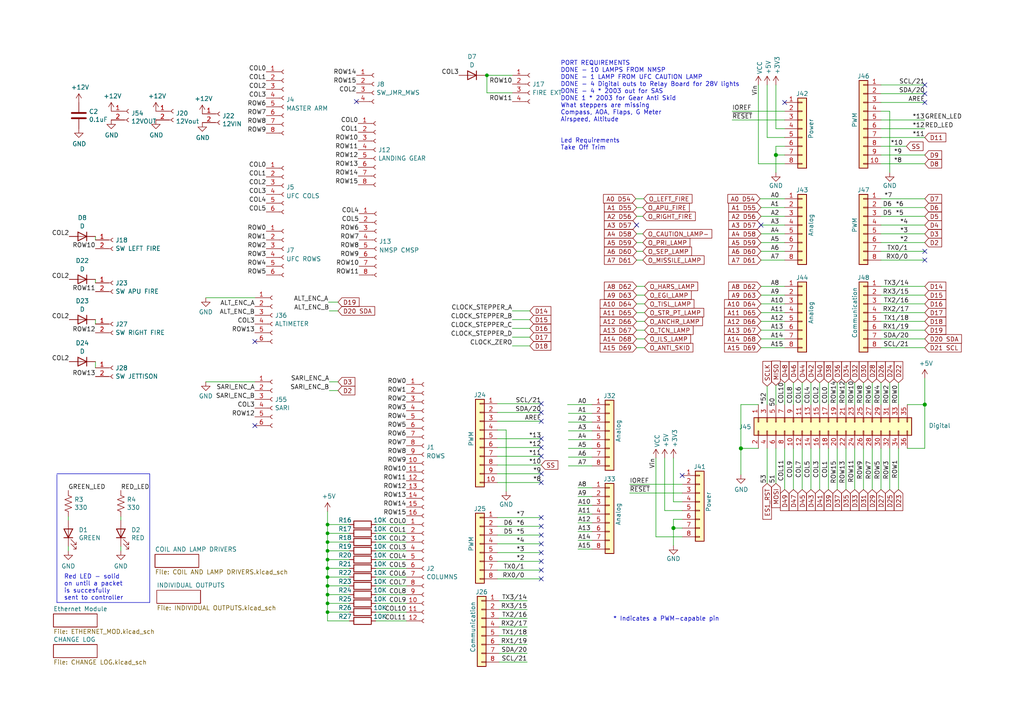
<source format=kicad_sch>
(kicad_sch (version 20231120) (generator "eeschema") (generator_version "8.0")
  (paper "A4")
  (title_block (date "mar. 31 mars 2015"))
  (junction (at 94.996 164.846))
  (junction (at 94.996 157.226))
  (junction (at 94.996 172.466))
  (junction (at 214.884 130.048) (diameter 1.016))
  (junction (at 141.224 21.844))
  (junction (at 225.044 44.958) (diameter 1.016))
  (junction (at 94.996 167.386))
  (junction (at 94.996 177.546))
  (junction (at 94.996 152.146))
  (junction (at 94.996 159.766))
  (junction (at 94.996 154.686))
  (junction (at 94.996 169.926))
  (junction (at 94.996 175.006))
  (junction (at 94.996 162.306))
  (junction (at 195.326 153.162) (diameter 1.016))
  (junction (at 268.224 117.348) (diameter 1.016))
  (no_connect (at 156.972 167.894))
  (no_connect (at 156.972 162.814))
  (no_connect (at 156.972 117.094))
  (no_connect (at 156.972 165.354))
  (no_connect (at 156.972 129.794))
  (no_connect (at 73.914 123.444))
  (no_connect (at 156.972 122.174))
  (no_connect (at 156.972 132.334))
  (no_connect (at 156.972 139.954))
  (no_connect (at 156.972 152.654))
  (no_connect (at 156.972 119.634))
  (no_connect (at 156.972 137.414))
  (no_connect (at 156.972 150.114))
  (no_connect (at 73.914 99.06))
  (no_connect (at 197.866 137.922))
  (no_connect (at 156.972 160.274))
  (no_connect (at 220.726 65.278))
  (no_connect (at 156.972 155.194))
  (no_connect (at 156.972 127.254))
  (no_connect (at 184.658 65.278))
  (no_connect (at 227.584 29.718))
  (no_connect (at 268.224 29.718))
  (no_connect (at 268.224 27.178))
  (no_connect (at 268.224 24.638))
  (no_connect (at 268.224 72.898))
  (no_connect (at 268.224 75.438))
  (no_connect (at 103.378 29.464))
  (no_connect (at 156.972 157.734))
  (wire (pts (xy 140.716 21.844) (xy 141.224 21.844)))
  (wire (pts (xy 108.966 175.006) (xy 117.856 175.006)))
  (wire (pts (xy 255.524 75.438) (xy 268.224 75.438)))
  (wire (pts (xy 255.524 42.418) (xy 262.89 42.418)))
  (wire (pts (xy 220.472 57.658) (xy 227.584 57.658)))
  (polyline (pts (xy 43.434 174.752) (xy 43.434 137.414)))
  (wire (pts (xy 94.996 175.006) (xy 94.996 177.546)))
  (wire (pts (xy 144.272 167.894) (xy 156.972 167.894)))
  (wire (pts (xy 101.346 169.926) (xy 94.996 169.926)))
  (wire (pts (xy 220.726 62.738) (xy 227.584 62.738)))
  (wire (pts (xy 190.246 155.702) (xy 190.246 132.842)))
  (wire (pts (xy 237.744 110.998) (xy 237.744 117.348)))
  (wire (pts (xy 184.658 98.298) (xy 186.944 98.298)))
  (wire (pts (xy 184.658 100.838) (xy 186.944 100.838)))
  (wire (pts (xy 220.726 83.058) (xy 227.584 83.058)))
  (wire (pts (xy 255.524 24.638) (xy 268.224 24.638)))
  (polyline (pts (xy 16.51 137.414) (xy 43.434 137.414)))
  (wire (pts (xy 148.59 92.71) (xy 153.67 92.71)))
  (wire (pts (xy 220.726 100.838) (xy 227.584 100.838)))
  (wire (pts (xy 146.812 124.714) (xy 146.812 142.494)))
  (wire (pts (xy 144.272 160.274) (xy 156.972 160.274)))
  (wire (pts (xy 268.224 117.348) (xy 268.224 130.048)))
  (wire (pts (xy 101.346 152.146) (xy 94.996 152.146)))
  (wire (pts (xy 95.504 110.744) (xy 98.044 110.744)))
  (wire (pts (xy 184.658 95.758) (xy 186.944 95.758)))
  (wire (pts (xy 141.224 26.924) (xy 141.224 21.844)))
  (wire (pts (xy 219.964 117.348) (xy 214.884 117.348)))
  (wire (pts (xy 220.726 90.678) (xy 227.584 90.678)))
  (wire (pts (xy 164.846 130.048) (xy 171.704 130.048)))
  (wire (pts (xy 245.364 110.998) (xy 245.364 117.348)))
  (wire (pts (xy 255.524 88.138) (xy 268.224 88.138)))
  (wire (pts (xy 225.044 42.418) (xy 225.044 44.958)))
  (wire (pts (xy 220.726 75.438) (xy 227.584 75.438)))
  (wire (pts (xy 184.404 57.658) (xy 186.69 57.658)))
  (wire (pts (xy 101.346 157.226) (xy 94.996 157.226)))
  (wire (pts (xy 242.824 130.048) (xy 242.824 141.986)))
  (wire (pts (xy 232.664 110.998) (xy 232.664 117.348)))
  (wire (pts (xy 164.846 135.128) (xy 171.704 135.128)))
  (wire (pts (xy 108.966 164.846) (xy 117.856 164.846)))
  (wire (pts (xy 197.866 155.702) (xy 190.246 155.702)))
  (wire (pts (xy 94.996 180.086) (xy 101.346 180.086)))
  (wire (pts (xy 184.658 62.738) (xy 186.436 62.738)))
  (wire (pts (xy 225.044 111.76) (xy 225.044 117.348)))
  (wire (pts (xy 94.996 177.546) (xy 101.346 177.546)))
  (wire (pts (xy 144.272 132.334) (xy 156.972 132.334)))
  (wire (pts (xy 59.69 110.744) (xy 73.914 110.744)))
  (wire (pts (xy 94.996 177.546) (xy 94.996 180.086)))
  (wire (pts (xy 108.966 154.686) (xy 117.856 154.686)))
  (wire (pts (xy 101.346 162.306) (xy 94.996 162.306)))
  (wire (pts (xy 225.044 44.958) (xy 225.044 50.038)))
  (wire (pts (xy 27.686 92.71) (xy 27.686 93.98)))
  (wire (pts (xy 167.64 154.178) (xy 171.704 154.178)))
  (wire (pts (xy 255.524 130.048) (xy 255.524 141.986)))
  (wire (pts (xy 182.626 140.462) (xy 197.866 140.462)))
  (wire (pts (xy 225.044 37.338) (xy 227.584 37.338)))
  (wire (pts (xy 144.272 137.414) (xy 156.972 137.414)))
  (wire (pts (xy 240.284 130.048) (xy 240.284 141.986)))
  (wire (pts (xy 182.626 143.002) (xy 197.866 143.002)))
  (wire (pts (xy 222.504 39.878) (xy 227.584 39.878)))
  (wire (pts (xy 245.364 130.048) (xy 245.364 141.986)))
  (wire (pts (xy 184.658 90.678) (xy 186.944 90.678)))
  (wire (pts (xy 19.812 149.86) (xy 19.812 150.876)))
  (wire (pts (xy 222.504 24.638) (xy 222.504 39.878)))
  (wire (pts (xy 148.59 95.25) (xy 153.67 95.25)))
  (wire (pts (xy 230.124 130.048) (xy 230.124 141.986)))
  (polyline (pts (xy 16.51 137.668) (xy 16.51 174.752)))
  (wire (pts (xy 252.984 130.048) (xy 252.984 141.986)))
  (wire (pts (xy 94.996 148.336) (xy 94.996 152.146)))
  (wire (pts (xy 220.726 72.898) (xy 227.584 72.898)))
  (wire (pts (xy 144.272 152.654) (xy 156.972 152.654)))
  (wire (pts (xy 108.966 180.086) (xy 117.856 180.086)))
  (wire (pts (xy 184.658 85.598) (xy 186.944 85.598)))
  (wire (pts (xy 255.524 34.798) (xy 268.224 34.798)))
  (wire (pts (xy 220.726 98.298) (xy 227.584 98.298)))
  (wire (pts (xy 108.966 157.226) (xy 117.856 157.226)))
  (wire (pts (xy 225.044 24.638) (xy 225.044 37.338)))
  (wire (pts (xy 220.726 88.138) (xy 227.584 88.138)))
  (wire (pts (xy 255.524 57.658) (xy 268.224 57.658)))
  (wire (pts (xy 141.224 21.844) (xy 148.59 21.844)))
  (wire (pts (xy 255.524 37.338) (xy 268.224 37.338)))
  (wire (pts (xy 255.524 60.198) (xy 268.224 60.198)))
  (wire (pts (xy 95.25 87.63) (xy 98.044 87.63)))
  (wire (pts (xy 144.78 174.244) (xy 152.908 174.244)))
  (wire (pts (xy 144.272 119.634) (xy 156.972 119.634)))
  (wire (pts (xy 167.64 144.018) (xy 171.704 144.018)))
  (wire (pts (xy 255.524 90.678) (xy 268.224 90.678)))
  (wire (pts (xy 164.846 122.428) (xy 171.704 122.428)))
  (wire (pts (xy 192.786 132.842) (xy 192.786 148.082)))
  (wire (pts (xy 195.326 132.842) (xy 195.326 145.542)))
  (wire (pts (xy 255.524 95.758) (xy 268.224 95.758)))
  (wire (pts (xy 195.326 150.622) (xy 195.326 153.162)))
  (wire (pts (xy 144.78 179.324) (xy 152.908 179.324)))
  (wire (pts (xy 164.846 127.508) (xy 171.704 127.508)))
  (wire (pts (xy 167.64 149.098) (xy 171.704 149.098)))
  (wire (pts (xy 144.272 124.714) (xy 146.812 124.714)))
  (wire (pts (xy 214.884 117.348) (xy 214.884 130.048)))
  (wire (pts (xy 101.346 175.006) (xy 94.996 175.006)))
  (wire (pts (xy 101.346 172.466) (xy 94.996 172.466)))
  (wire (pts (xy 219.964 130.048) (xy 214.884 130.048)))
  (wire (pts (xy 101.346 154.686) (xy 94.996 154.686)))
  (wire (pts (xy 255.524 44.958) (xy 268.224 44.958)))
  (wire (pts (xy 108.966 162.306) (xy 117.856 162.306)))
  (wire (pts (xy 144.272 165.354) (xy 156.972 165.354)))
  (wire (pts (xy 220.726 67.818) (xy 227.584 67.818)))
  (wire (pts (xy 144.272 157.734) (xy 156.972 157.734)))
  (wire (pts (xy 235.204 110.998) (xy 235.204 117.348)))
  (wire (pts (xy 108.966 172.466) (xy 117.856 172.466)))
  (wire (pts (xy 250.444 130.048) (xy 250.444 141.986)))
  (wire (pts (xy 255.524 65.278) (xy 268.224 65.278)))
  (wire (pts (xy 101.346 159.766) (xy 94.996 159.766)))
  (wire (pts (xy 184.658 72.898) (xy 186.436 72.898)))
  (wire (pts (xy 242.824 110.998) (xy 242.824 117.348)))
  (wire (pts (xy 237.744 130.048) (xy 237.744 141.986)))
  (wire (pts (xy 184.658 93.218) (xy 186.944 93.218)))
  (wire (pts (xy 144.272 129.794) (xy 156.972 129.794)))
  (wire (pts (xy 227.584 130.048) (xy 227.584 141.986)))
  (wire (pts (xy 220.726 70.358) (xy 227.584 70.358)))
  (wire (pts (xy 195.326 153.162) (xy 195.326 158.242)))
  (wire (pts (xy 212.344 32.258) (xy 227.584 32.258)))
  (wire (pts (xy 144.78 176.784) (xy 152.908 176.784)))
  (wire (pts (xy 94.996 172.466) (xy 94.996 175.006)))
  (wire (pts (xy 95.504 113.284) (xy 98.044 113.284)))
  (wire (pts (xy 197.866 150.622) (xy 195.326 150.622)))
  (wire (pts (xy 167.64 156.718) (xy 171.704 156.718)))
  (wire (pts (xy 255.524 85.598) (xy 268.224 85.598)))
  (wire (pts (xy 184.658 67.818) (xy 186.436 67.818)))
  (wire (pts (xy 268.224 109.728) (xy 268.224 117.348)))
  (wire (pts (xy 35.052 158.496) (xy 35.052 159.766)))
  (wire (pts (xy 258.064 32.258) (xy 258.064 50.038)))
  (wire (pts (xy 144.272 162.814) (xy 156.972 162.814)))
  (wire (pts (xy 94.996 169.926) (xy 94.996 172.466)))
  (wire (pts (xy 255.524 100.838) (xy 268.224 100.838)))
  (wire (pts (xy 167.64 159.258) (xy 171.704 159.258)))
  (wire (pts (xy 144.78 192.024) (xy 152.908 192.024)))
  (wire (pts (xy 255.524 29.718) (xy 268.224 29.718)))
  (wire (pts (xy 167.64 141.478) (xy 171.704 141.478)))
  (wire (pts (xy 263.144 117.348) (xy 268.224 117.348)))
  (wire (pts (xy 260.604 110.998) (xy 260.604 117.348)))
  (wire (pts (xy 255.524 93.218) (xy 268.224 93.218)))
  (wire (pts (xy 220.726 65.278) (xy 227.584 65.278)))
  (wire (pts (xy 35.052 149.86) (xy 35.052 150.876)))
  (wire (pts (xy 144.78 186.944) (xy 152.908 186.944)))
  (wire (pts (xy 220.726 95.758) (xy 227.584 95.758)))
  (wire (pts (xy 167.64 151.638) (xy 171.704 151.638)))
  (wire (pts (xy 212.344 34.798) (xy 227.584 34.798)))
  (wire (pts (xy 108.966 167.386) (xy 117.856 167.386)))
  (wire (pts (xy 148.59 26.924) (xy 141.224 26.924)))
  (wire (pts (xy 227.584 44.958) (xy 225.044 44.958)))
  (wire (pts (xy 164.592 117.348) (xy 171.704 117.348)))
  (wire (pts (xy 258.064 110.998) (xy 258.064 117.348)))
  (wire (pts (xy 94.996 164.846) (xy 94.996 167.386)))
  (wire (pts (xy 144.272 155.194) (xy 156.972 155.194)))
  (wire (pts (xy 195.326 145.542) (xy 197.866 145.542)))
  (wire (pts (xy 250.444 110.998) (xy 250.444 117.348)))
  (polyline (pts (xy 16.51 174.752) (xy 43.434 174.752)))
  (wire (pts (xy 59.69 86.36) (xy 73.914 86.36)))
  (wire (pts (xy 144.272 150.114) (xy 156.972 150.114)))
  (wire (pts (xy 220.726 60.198) (xy 227.584 60.198)))
  (wire (pts (xy 184.658 60.198) (xy 186.436 60.198)))
  (wire (pts (xy 255.524 110.998) (xy 255.524 117.348)))
  (wire (pts (xy 227.584 47.498) (xy 219.964 47.498)))
  (wire (pts (xy 222.504 112.014) (xy 222.504 117.348)))
  (wire (pts (xy 220.726 85.598) (xy 227.584 85.598)))
  (wire (pts (xy 230.124 110.998) (xy 230.124 117.348)))
  (wire (pts (xy 225.044 130.048) (xy 225.044 140.208)))
  (wire (pts (xy 247.904 110.998) (xy 247.904 117.348)))
  (wire (pts (xy 95.504 90.17) (xy 98.044 90.17)))
  (wire (pts (xy 255.524 83.058) (xy 268.224 83.058)))
  (wire (pts (xy 247.904 130.048) (xy 247.904 141.986)))
  (wire (pts (xy 164.846 132.588) (xy 171.704 132.588)))
  (wire (pts (xy 144.78 181.864) (xy 152.908 181.864)))
  (wire (pts (xy 148.59 100.33) (xy 153.67 100.33)))
  (wire (pts (xy 144.272 127.254) (xy 156.972 127.254)))
  (wire (pts (xy 222.504 130.048) (xy 222.504 140.208)))
  (wire (pts (xy 255.524 32.258) (xy 258.064 32.258)))
  (wire (pts (xy 232.664 130.048) (xy 232.664 141.986)))
  (wire (pts (xy 220.726 93.218) (xy 227.584 93.218)))
  (wire (pts (xy 227.584 42.418) (xy 225.044 42.418)))
  (wire (pts (xy 144.272 117.094) (xy 156.972 117.094)))
  (wire (pts (xy 148.59 97.79) (xy 153.67 97.79)))
  (wire (pts (xy 144.78 184.404) (xy 152.908 184.404)))
  (wire (pts (xy 94.996 157.226) (xy 94.996 159.766)))
  (wire (pts (xy 101.346 164.846) (xy 94.996 164.846)))
  (wire (pts (xy 184.658 88.138) (xy 186.944 88.138)))
  (wire (pts (xy 255.524 39.878) (xy 268.224 39.878)))
  (wire (pts (xy 94.996 167.386) (xy 94.996 169.926)))
  (wire (pts (xy 197.866 153.162) (xy 195.326 153.162)))
  (wire (pts (xy 144.272 139.954) (xy 156.972 139.954)))
  (wire (pts (xy 184.658 75.438) (xy 186.436 75.438)))
  (wire (pts (xy 108.966 159.766) (xy 117.856 159.766)))
  (wire (pts (xy 255.524 62.738) (xy 268.224 62.738)))
  (wire (pts (xy 144.78 189.484) (xy 152.908 189.484)))
  (wire (pts (xy 94.996 152.146) (xy 94.996 154.686)))
  (wire (pts (xy 164.846 124.968) (xy 171.704 124.968)))
  (wire (pts (xy 255.524 98.298) (xy 268.224 98.298)))
  (wire (pts (xy 27.686 104.902) (xy 27.686 106.68)))
  (wire (pts (xy 268.224 130.048) (xy 263.144 130.048)))
  (wire (pts (xy 227.584 110.998) (xy 227.584 117.348)))
  (wire (pts (xy 94.996 162.306) (xy 94.996 164.846)))
  (wire (pts (xy 260.604 130.048) (xy 260.604 141.986)))
  (wire (pts (xy 27.686 81.026) (xy 27.686 82.042)))
  (wire (pts (xy 255.524 27.178) (xy 268.224 27.178)))
  (wire (pts (xy 258.064 130.048) (xy 258.064 141.986)))
  (wire (pts (xy 255.524 70.358) (xy 268.224 70.358)))
  (wire (pts (xy 252.984 110.998) (xy 252.984 117.348)))
  (wire (pts (xy 148.59 90.17) (xy 153.67 90.17)))
  (wire (pts (xy 108.966 177.546) (xy 117.856 177.546)))
  (wire (pts (xy 255.524 67.818) (xy 268.224 67.818)))
  (wire (pts (xy 164.846 119.888) (xy 171.704 119.888)))
  (wire (pts (xy 108.966 152.146) (xy 117.856 152.146)))
  (wire (pts (xy 235.204 130.048) (xy 235.204 141.986)))
  (wire (pts (xy 94.996 154.686) (xy 94.996 157.226)))
  (wire (pts (xy 167.64 146.558) (xy 171.704 146.558)))
  (wire (pts (xy 184.658 83.058) (xy 186.944 83.058)))
  (wire (pts (xy 184.658 70.358) (xy 186.436 70.358)))
  (wire (pts (xy 255.524 72.898) (xy 268.224 72.898)))
  (wire (pts (xy 144.272 122.174) (xy 156.972 122.174)))
  (wire (pts (xy 219.964 47.498) (xy 219.964 24.638)))
  (wire (pts (xy 214.884 130.048) (xy 214.884 137.668)))
  (wire (pts (xy 144.272 134.874) (xy 156.972 134.874)))
  (wire (pts (xy 192.786 148.082) (xy 197.866 148.082)))
  (wire (pts (xy 19.812 158.496) (xy 19.812 159.766)))
  (wire (pts (xy 240.284 110.998) (xy 240.284 117.348)))
  (wire (pts (xy 94.996 159.766) (xy 94.996 162.306)))
  (wire (pts (xy 108.966 169.926) (xy 117.856 169.926)))
  (wire (pts (xy 27.686 68.58) (xy 27.686 69.596)))
  (wire (pts (xy 255.524 47.498) (xy 268.224 47.498)))
  (wire (pts (xy 101.346 167.386) (xy 94.996 167.386)))
  (text "Red LED - solid\non until a packet\nis succesfully \nsent to controller" (at 18.542 174.244 0) (effects (font (size 1.27 1.27)) (justify left bottom)))
  (text "* Indicates a PWM-capable pin" (at 177.8 180.34 0) (effects (font (size 1.27 1.27)) (justify left bottom)))
  (text "PORT REQUIREMENTS\nDONE - 10 LAMPS FROM NMSP\nDONE - 1 LAMP FROM UFC CAUTION LAMP\nDONE - 4 Digital outs to Relay Board for 28V lights\nDONE - 4 * 2003 out for SAS\nDONE 1 * 2003 for Gear Anti Skid\nWhat steppers are missing\nCompass, AOA, Flaps, G Meter\nAirspeed, Altitude\n\n\nLed Requirements \nTake Off Trim\n" (at 162.56 43.688 0) (effects (font (size 1.27 1.27)) (justify left bottom)))
  (label "A10" (at 223.52 88.138 0))
  (label "*6" (at 152.146 152.654 180))
  (label "RX0{slash}0" (at 263.398 75.438 180))
  (label "A15" (at 223.52 100.838 0))
  (label "COL3" (at 77.216 56.388 180))
  (label "D6" (at 146.05 152.654 0))
  (label "COL2" (at 20.066 104.902 180))
  (label "A2" (at 223.52 62.738 0))
  (label "RX2{slash}17" (at 263.652 90.678 180))
  (label "ROW10" (at 117.856 136.906 180))
  (label "A10" (at 167.64 146.558 0))
  (label "*4" (at 263.398 65.278 180))
  (label "*8" (at 156.972 139.954 180))
  (label "D5" (at 256.032 62.738 0))
  (label "A9" (at 167.64 144.018 0))
  (label "ROW10" (at 247.904 117.094 90))
  (label "CLOCK_STEPPER_D" (at 148.59 97.79 180))
  (label "RX3{slash}15" (at 152.908 176.784 180))
  (label "SARI_ENC_A" (at 73.914 113.284 180))
  (label "ROW15" (at 242.824 133.604 270))
  (label "SDA{slash}20" (at 263.652 98.298 180))
  (label "ROW14" (at 242.824 117.094 90))
  (label "COL2" (at 237.744 117.094 90))
  (label "RX1{slash}19" (at 152.908 186.944 180))
  (label "*2" (at 152.146 162.814 180))
  (label "*2" (at 263.398 70.358 180))
  (label "ROW4" (at 77.216 77.216 180))
  (label "Vin" (at 190.246 132.842 270))
  (label "*13" (at 156.972 127.254 180))
  (label "ROW13" (at 27.686 109.22 180))
  (label "TX1{slash}18" (at 263.652 93.218 180))
  (label "ROW7" (at 117.856 129.286 180))
  (label "A4" (at 167.64 127.508 0))
  (label "A3" (at 223.52 65.278 0))
  (label "CLOCK_STEPPER_C" (at 148.59 95.25 180))
  (label "ROW10" (at 148.59 24.384 180))
  (label "ROW13" (at 73.914 96.52 180))
  (label "*5" (at 152.146 155.194 180))
  (label "*13" (at 268.224 34.798 180))
  (label "SARI_ENC_B" (at 95.504 113.284 180))
  (label "GREEN_LED" (at 268.224 34.798 0))
  (label "ROW11" (at 117.856 139.446 180))
  (label "ROW9" (at 250.444 133.604 270))
  (label "ROW10" (at 27.686 72.136 180))
  (label "ROW11" (at 148.59 29.464 180))
  (label "*52" (at 222.504 113.792 270))
  (label "*12" (at 268.224 37.338 180))
  (label "*10" (at 156.972 134.874 180))
  (label "RED_LED" (at 35.052 142.24 0))
  (label "~{RESET}" (at 212.344 34.798 0))
  (label "D6" (at 256.032 60.198 0))
  (label "ROW10" (at 104.14 77.216 180))
  (label "COL10" (at 117.856 177.546 180))
  (label "ROW11" (at 247.904 133.35 270))
  (label "COL1" (at 103.886 38.354 180))
  (label "A5" (at 167.64 130.048 0))
  (label "ROW8" (at 250.444 117.094 90))
  (label "COL8" (at 230.124 117.094 90))
  (label "COL5" (at 235.204 133.604 270))
  (label "*10" (at 261.874 42.418 180))
  (label "COL6" (at 117.856 167.386 180))
  (label "COL11" (at 117.856 180.086 180))
  (label "ALT_ENC_B" (at 73.914 91.44 180))
  (label "ROW1" (at 77.216 69.596 180))
  (label "ROW5" (at 255.524 133.604 270))
  (label "CLOCK_ZERO" (at 148.59 100.33 180))
  (label "COL5" (at 77.216 61.468 180))
  (label "*4" (at 152.146 157.734 180))
  (label "D5" (at 146.05 155.194 0))
  (label "ROW4" (at 117.856 121.666 180))
  (label "ROW3" (at 258.064 133.604 270))
  (label "ROW13" (at 103.886 48.514 180))
  (label "*12" (at 156.972 129.794 180))
  (label "SARI_ENC_B" (at 73.914 115.824 180))
  (label "A1" (at 167.64 119.888 0))
  (label "ROW7" (at 104.14 69.596 180))
  (label "ROW5" (at 117.856 124.206 180))
  (label "TX3{slash}14" (at 152.908 174.244 180))
  (label "*9" (at 156.972 137.414 180))
  (label "COL7" (at 232.664 133.604 270))
  (label "A15" (at 167.64 159.258 0))
  (label "A0" (at 167.64 117.348 0))
  (label "SCL{slash}21" (at 152.908 192.024 180))
  (label "ALT_ENC_B" (at 95.504 90.17 180))
  (label "ROW10" (at 103.886 40.894 180))
  (label "COL2" (at 77.216 53.848 180))
  (label "A13" (at 223.52 95.758 0))
  (label "SDA{slash}20" (at 156.972 119.634 180))
  (label "ALT_ENC_A" (at 73.914 88.9 180))
  (label "COL5" (at 104.14 64.516 180))
  (label "ROW11" (at 103.886 43.434 180))
  (label "ROW9" (at 117.856 134.366 180))
  (label "ROW9" (at 104.14 74.676 180))
  (label "ROW12" (at 117.856 141.986 180))
  (label "A12" (at 167.64 151.638 0))
  (label "ROW11" (at 27.686 84.582 180))
  (label "51" (at 225.044 140.208 90))
  (label "ROW5" (at 77.216 79.756 180))
  (label "COL7" (at 117.856 169.926 180))
  (label "*7" (at 258.826 57.658 180))
  (label "SDA{slash}20" (at 268.224 27.178 180))
  (label "ROW2" (at 258.064 117.094 90))
  (label "*8" (at 261.62 47.498 180))
  (label "COL5" (at 117.856 164.846 180))
  (label "ROW6" (at 104.14 67.056 180))
  (label "ROW6" (at 77.216 30.988 180))
  (label "COL2" (at 77.216 25.908 180))
  (label "ROW12" (at 103.886 45.974 180))
  (label "COL0" (at 77.216 48.768 180))
  (label "RX2{slash}17" (at 152.908 181.864 180))
  (label "ROW13" (at 117.856 144.526 180))
  (label "A9" (at 223.52 85.598 0))
  (label "COL1" (at 240.284 133.604 270))
  (label "ROW3" (at 117.856 119.126 180))
  (label "ROW14" (at 117.856 147.066 180))
  (label "RX0{slash}0" (at 152.146 167.894 180))
  (label "COL2" (at 103.378 26.924 180))
  (label "*11" (at 268.224 39.878 180))
  (label "ROW15" (at 117.856 149.606 180))
  (label "COL2" (at 117.856 157.226 180))
  (label "COL3" (at 133.096 21.844 180))
  (label "*3" (at 263.398 67.818 180))
  (label "COL2" (at 20.066 92.71 180))
  (label "COL3" (at 77.216 28.448 180))
  (label "ROW9" (at 77.216 38.608 180))
  (label "ROW4" (at 255.524 117.094 90))
  (label "A6" (at 223.52 72.898 0))
  (label "COL3" (at 237.744 133.604 270))
  (label "ROW0" (at 117.856 111.506 180))
  (label "ROW6" (at 117.856 126.746 180))
  (label "TX1{slash}18" (at 152.908 184.404 180))
  (label "RED_LED" (at 268.224 37.338 0))
  (label "A1" (at 223.52 60.198 0))
  (label "53" (at 222.504 140.208 90))
  (label "SDA{slash}20" (at 152.908 189.484 180))
  (label "TX0{slash}1" (at 263.398 72.898 180))
  (label "AREF" (at 156.972 122.174 180))
  (label "CLOCK_STEPPER_B" (at 148.59 92.71 180))
  (label "A13" (at 167.64 154.178 0))
  (label "COL9" (at 230.124 133.604 270))
  (label "ROW8" (at 77.216 36.068 180))
  (label "RX1{slash}19" (at 263.652 95.758 180))
  (label "ROW14" (at 103.378 21.844 180))
  (label "COL3" (at 73.914 93.98 180))
  (label "IOREF" (at 182.626 140.462 0))
  (label "A0" (at 223.52 57.658 0))
  (label "AREF" (at 268.224 29.718 180))
  (label "COL3" (at 117.856 159.766 180))
  (label "A14" (at 223.52 98.298 0))
  (label "A8" (at 223.52 83.058 0))
  (label "A7" (at 167.64 135.128 0))
  (label "COL1" (at 77.216 51.308 180))
  (label "Vin" (at 219.964 24.638 270))
  (label "ROW0" (at 260.604 117.094 90))
  (label "A6" (at 167.64 132.588 0))
  (label "*6" (at 262.128 60.198 180))
  (label "COL2" (at 20.066 81.026 180))
  (label "COL3" (at 73.914 118.364 180))
  (label "SCL{slash}21" (at 268.224 24.638 180))
  (label "COL4" (at 235.204 117.094 90))
  (label "ROW8" (at 117.856 131.826 180))
  (label "*9" (at 261.62 44.958 180))
  (label "~{RESET}" (at 182.626 143.002 0))
  (label "ROW1" (at 117.856 114.046 180))
  (label "COL4" (at 77.216 58.928 180))
  (label "50" (at 225.044 115.316 270))
  (label "TX2{slash}16" (at 263.652 88.138 180))
  (label "ROW2" (at 77.216 72.136 180))
  (label "COL4" (at 104.14 61.976 180))
  (label "ROW15" (at 103.886 53.594 180))
  (label "ROW11" (at 104.14 79.756 180))
  (label "ROW7" (at 252.984 133.604 270))
  (label "ROW12" (at 245.364 117.094 90))
  (label "TX0{slash}1" (at 152.146 165.354 180))
  (label "COL0" (at 103.886 35.814 180))
  (label "ROW1" (at 260.604 133.35 270))
  (label "*5" (at 262.128 62.738 180))
  (label "COL6" (at 232.664 117.094 90))
  (label "*11" (at 156.972 132.334 180))
  (label "ROW0" (at 77.216 67.056 180))
  (label "COL0" (at 77.216 20.828 180))
  (label "A2" (at 167.64 122.428 0))
  (label "ROW13" (at 245.364 133.604 270))
  (label "IOREF" (at 212.344 32.258 0))
  (label "TX2{slash}16" (at 152.908 179.324 180))
  (label "ROW3" (at 77.216 74.676 180))
  (label "*7" (at 152.146 150.114 180))
  (label "GREEN_LED" (at 19.812 142.24 0))
  (label "COL0" (at 240.284 117.094 90))
  (label "ROW12" (at 73.914 120.904 180))
  (label "A7" (at 223.52 75.438 0))
  (label "ROW12" (at 27.686 96.52 180))
  (label "COL1" (at 117.856 154.686 180))
  (label "CLOCK_STEPPER_A" (at 148.59 90.17 180))
  (label "A3" (at 167.64 124.968 0))
  (label "A11" (at 223.52 90.678 0))
  (label "A4" (at 223.52 67.818 0))
  (label "ROW6" (at 252.984 117.094 90))
  (label "ALT_ENC_A" (at 95.25 87.63 180))
  (label "A5" (at 223.52 70.358 0))
  (label "RX3{slash}15" (at 263.652 85.598 180))
  (label "SCL{slash}21" (at 156.972 117.094 180))
  (label "TX3{slash}14" (at 263.652 83.058 180))
  (label "COL11" (at 227.584 133.35 270))
  (label "ROW15" (at 103.378 24.384 180))
  (label "COL1" (at 77.216 23.368 180))
  (label "A11" (at 167.64 149.098 0))
  (label "ROW2" (at 117.856 116.586 180))
  (label "COL0" (at 117.856 152.146 180))
  (label "A8" (at 167.64 141.478 0))
  (label "COL10" (at 227.584 117.094 90))
  (label "*3" (at 152.146 160.274 180))
  (label "COL9" (at 117.856 175.006 180))
  (label "ROW8" (at 104.14 72.136 180))
  (label "SARI_ENC_A" (at 95.504 110.744 180))
  (label "ROW14" (at 103.886 51.054 180))
  (label "COL2" (at 20.066 68.58 180))
  (label "A12" (at 223.52 93.218 0))
  (label "A14" (at 167.64 156.718 0))
  (label "COL4" (at 117.856 162.306 180))
  (label "SCL{slash}21" (at 263.652 100.838 180))
  (label "ROW7" (at 77.216 33.528 180))
  (label "COL8" (at 117.856 172.466 180))
  (global_label "D48" (shape input) (at 227.584 110.998 90) (property "Intersheetrefs" "${INTERSHEET_REFS}" (effects (hide yes))))
  (global_label "D33" (shape input) (at 247.904 141.986 270) (property "Intersheetrefs" "${INTERSHEET_REFS}" (effects (hide yes))))
  (global_label "D40" (shape input) (at 237.744 110.998 90) (property "Intersheetrefs" "${INTERSHEET_REFS}" (effects (hide yes))))
  (global_label "D47" (shape input) (at 230.124 141.986 270) (property "Intersheetrefs" "${INTERSHEET_REFS}" (effects (hide yes))))
  (global_label "O_TISL_LAMP" (shape input) (at 186.944 88.138 0) (property "Intersheetrefs" "${INTERSHEET_REFS}" (effects (hide yes))))
  (global_label "A5 D59" (shape input) (at 184.658 70.358 180) (property "Intersheetrefs" "${INTERSHEET_REFS}" (effects (hide yes))))
  (global_label "A1 D55" (shape input) (at 220.726 60.198 180) (property "Intersheetrefs" "${INTERSHEET_REFS}" (effects (hide yes))))
  (global_label "A15 D69" (shape input) (at 220.726 100.838 180) (property "Intersheetrefs" "${INTERSHEET_REFS}" (effects (hide yes))))
  (global_label "D28" (shape input) (at 252.984 110.998 90) (property "Intersheetrefs" "${INTERSHEET_REFS}" (effects (hide yes))))
  (global_label "D32" (shape input) (at 247.904 110.998 90) (property "Intersheetrefs" "${INTERSHEET_REFS}" (effects (hide yes))))
  (global_label "O_RIGHT_FIRE" (shape input) (at 186.436 62.738 0) (property "Intersheetrefs" "${INTERSHEET_REFS}" (effects (hide yes))))
  (global_label "O_ANTI_SKID" (shape input) (at 186.944 100.838 0) (property "Intersheetrefs" "${INTERSHEET_REFS}" (effects (hide yes))))
  (global_label "D24" (shape input) (at 258.064 110.998 90) (property "Intersheetrefs" "${INTERSHEET_REFS}" (effects (hide yes))))
  (global_label "A14 D68" (shape input) (at 184.658 98.298 180) (property "Intersheetrefs" "${INTERSHEET_REFS}" (effects (hide yes))))
  (global_label "D35" (shape input) (at 245.364 141.986 270) (property "Intersheetrefs" "${INTERSHEET_REFS}" (effects (hide yes))))
  (global_label "A2 D56" (shape input) (at 220.726 62.738 180) (property "Intersheetrefs" "${INTERSHEET_REFS}" (effects (hide yes))))
  (global_label "SS" (shape input) (at 156.972 134.874 0) (property "Intersheetrefs" "${INTERSHEET_REFS}" (effects (hide yes))))
  (global_label "D3" (shape input) (at 268.224 67.818 0) (property "Intersheetrefs" "${INTERSHEET_REFS}" (effects (hide yes))))
  (global_label "O_LEFT_FIRE" (shape input) (at 186.69 57.658 0) (property "Intersheetrefs" "${INTERSHEET_REFS}" (effects (hide yes))))
  (global_label "SS" (shape input) (at 262.89 42.418 0) (property "Intersheetrefs" "${INTERSHEET_REFS}" (effects (hide yes))))
  (global_label "D17" (shape input) (at 268.224 90.678 0) (property "Intersheetrefs" "${INTERSHEET_REFS}" (effects (hide yes))))
  (global_label "D38" (shape input) (at 240.284 110.998 90) (property "Intersheetrefs" "${INTERSHEET_REFS}" (effects (hide yes))))
  (global_label "D16" (shape input) (at 153.67 95.25 0) (property "Intersheetrefs" "${INTERSHEET_REFS}" (effects (hide yes))))
  (global_label "D8" (shape input) (at 268.224 47.498 0) (property "Intersheetrefs" "${INTERSHEET_REFS}" (effects (hide yes))))
  (global_label "D43" (shape input) (at 235.204 141.986 270) (property "Intersheetrefs" "${INTERSHEET_REFS}" (effects (hide yes))))
  (global_label "A14 D68" (shape input) (at 220.726 98.298 180) (property "Intersheetrefs" "${INTERSHEET_REFS}" (effects (hide yes))))
  (global_label "A2 D56" (shape input) (at 184.658 62.738 180) (property "Intersheetrefs" "${INTERSHEET_REFS}" (effects (hide yes))))
  (global_label "O_MISSILE_LAMP" (shape input) (at 186.436 75.438 0) (property "Intersheetrefs" "${INTERSHEET_REFS}" (effects (hide yes))))
  (global_label "O_ANCHR_LAMP" (shape input) (at 186.944 93.218 0) (property "Intersheetrefs" "${INTERSHEET_REFS}" (effects (hide yes))))
  (global_label "O_ILS_LAMP" (shape input) (at 186.944 98.298 0) (property "Intersheetrefs" "${INTERSHEET_REFS}" (effects (hide yes))))
  (global_label "D26" (shape input) (at 255.524 110.998 90) (property "Intersheetrefs" "${INTERSHEET_REFS}" (effects (hide yes))))
  (global_label "O_PRI_LAMP" (shape input) (at 186.436 70.358 0) (property "Intersheetrefs" "${INTERSHEET_REFS}" (effects (hide yes))))
  (global_label "D39" (shape input) (at 240.284 141.986 270) (property "Intersheetrefs" "${INTERSHEET_REFS}" (effects (hide yes))))
  (global_label "ES1_RST" (shape input) (at 222.504 140.208 270) (property "Intersheetrefs" "${INTERSHEET_REFS}" (effects (hide yes))))
  (global_label "D45" (shape input) (at 232.664 141.986 270) (property "Intersheetrefs" "${INTERSHEET_REFS}" (effects (hide yes))))
  (global_label "D27" (shape input) (at 255.524 141.986 270) (property "Intersheetrefs" "${INTERSHEET_REFS}" (effects (hide yes))))
  (global_label "MISO" (shape input) (at 225.044 111.76 90) (property "Intersheetrefs" "${INTERSHEET_REFS}" (effects (hide yes))))
  (global_label "A11 D65" (shape input) (at 184.658 90.678 180) (property "Intersheetrefs" "${INTERSHEET_REFS}" (effects (hide yes))))
  (global_label "A10 D64" (shape input) (at 220.726 88.138 180) (property "Intersheetrefs" "${INTERSHEET_REFS}" (effects (hide yes))))
  (global_label "D2" (shape input) (at 98.044 113.284 0) (property "Intersheetrefs" "${INTERSHEET_REFS}" (effects (hide yes))))
  (global_label "D19" (shape input) (at 268.224 95.758 0) (property "Intersheetrefs" "${INTERSHEET_REFS}" (effects (hide yes))))
  (global_label "A0 D54" (shape input) (at 220.472 57.658 180) (property "Intersheetrefs" "${INTERSHEET_REFS}" (effects (hide yes))))
  (global_label "A9 D63" (shape input) (at 220.726 85.598 180) (property "Intersheetrefs" "${INTERSHEET_REFS}" (effects (hide yes))))
  (global_label "D9" (shape input) (at 268.224 44.958 0) (property "Intersheetrefs" "${INTERSHEET_REFS}" (effects (hide yes))))
  (global_label "O_APU_FIRE" (shape input) (at 186.436 60.198 0) (property "Intersheetrefs" "${INTERSHEET_REFS}" (effects (hide yes))))
  (global_label "D5" (shape input) (at 268.224 62.738 0) (property "Intersheetrefs" "${INTERSHEET_REFS}" (effects (hide yes))))
  (global_label "D14" (shape input) (at 153.67 90.17 0) (property "Intersheetrefs" "${INTERSHEET_REFS}" (effects (hide yes))))
  (global_label "A8 D62" (shape input) (at 184.658 83.058 180) (property "Intersheetrefs" "${INTERSHEET_REFS}" (effects (hide yes))))
  (global_label "A8 D62" (shape input) (at 220.726 83.058 180) (property "Intersheetrefs" "${INTERSHEET_REFS}" (effects (hide yes))))
  (global_label "D46" (shape input) (at 230.124 110.998 90) (property "Intersheetrefs" "${INTERSHEET_REFS}" (effects (hide yes))))
  (global_label "A9 D63" (shape input) (at 184.658 85.598 180) (property "Intersheetrefs" "${INTERSHEET_REFS}" (effects (hide yes))))
  (global_label "A6 D60" (shape input) (at 184.658 72.898 180) (property "Intersheetrefs" "${INTERSHEET_REFS}" (effects (hide yes))))
  (global_label "MOSI" (shape input) (at 225.044 140.208 270) (property "Intersheetrefs" "${INTERSHEET_REFS}" (effects (hide yes))))
  (global_label "A12 D66" (shape input) (at 220.726 93.218 180) (property "Intersheetrefs" "${INTERSHEET_REFS}" (effects (hide yes))))
  (global_label "D44" (shape input) (at 232.664 110.998 90) (property "Intersheetrefs" "${INTERSHEET_REFS}" (effects (hide yes))))
  (global_label "D15" (shape input) (at 153.67 92.71 0) (property "Intersheetrefs" "${INTERSHEET_REFS}" (effects (hide yes))))
  (global_label "D25" (shape input) (at 258.064 141.986 270) (property "Intersheetrefs" "${INTERSHEET_REFS}" (effects (hide yes))))
  (global_label "D18" (shape input) (at 153.67 100.33 0) (property "Intersheetrefs" "${INTERSHEET_REFS}" (effects (hide yes))))
  (global_label "D36" (shape input) (at 242.824 110.998 90) (property "Intersheetrefs" "${INTERSHEET_REFS}" (effects (hide yes))))
  (global_label "D6" (shape input) (at 268.224 60.198 0) (property "Intersheetrefs" "${INTERSHEET_REFS}" (effects (hide yes))))
  (global_label "D7" (shape input) (at 268.224 57.658 0) (property "Intersheetrefs" "${INTERSHEET_REFS}" (effects (hide yes))))
  (global_label "SCLK" (shape input) (at 222.504 112.014 90) (property "Intersheetrefs" "${INTERSHEET_REFS}" (effects (hide yes))))
  (global_label "O_TCN_LAMP" (shape input) (at 186.944 95.758 0) (property "Intersheetrefs" "${INTERSHEET_REFS}" (effects (hide yes))))
  (global_label "O_EGI_LAMP" (shape input) (at 186.944 85.598 0) (property "Intersheetrefs" "${INTERSHEET_REFS}" (effects (hide yes))))
  (global_label "O_CAUTION_LAMP-" (shape input) (at 186.436 67.818 0) (property "Intersheetrefs" "${INTERSHEET_REFS}" (effects (hide yes))))
  (global_label "D2" (shape input) (at 268.224 70.358 0) (property "Intersheetrefs" "${INTERSHEET_REFS}" (effects (hide yes))))
  (global_label "D3" (shape input) (at 98.044 110.744 0) (property "Intersheetrefs" "${INTERSHEET_REFS}" (effects (hide yes))))
  (global_label "D11" (shape input) (at 268.224 39.878 0) (property "Intersheetrefs" "${INTERSHEET_REFS}" (effects (hide yes))))
  (global_label "D29" (shape input) (at 252.984 141.986 270) (property "Intersheetrefs" "${INTERSHEET_REFS}" (effects (hide yes))))
  (global_label "D14" (shape input) (at 268.224 83.058 0) (property "Intersheetrefs" "${INTERSHEET_REFS}" (effects (hide yes))))
  (global_label "D22" (shape input) (at 260.604 110.998 90) (property "Intersheetrefs" "${INTERSHEET_REFS}" (effects (hide yes))))
  (global_label "D17" (shape input) (at 153.67 97.79 0) (property "Intersheetrefs" "${INTERSHEET_REFS}" (effects (hide yes))))
  (global_label "D16" (shape input) (at 268.224 88.138 0) (property "Intersheetrefs" "${INTERSHEET_REFS}" (effects (hide yes))))
  (global_label "D21 SCL" (shape input) (at 268.224 100.838 0) (property "Intersheetrefs" "${INTERSHEET_REFS}" (effects (hide yes))))
  (global_label "A0 D54" (shape input) (at 184.404 57.658 180) (property "Intersheetrefs" "${INTERSHEET_REFS}" (effects (hide yes))))
  (global_label "D34" (shape input) (at 245.364 110.998 90) (property "Intersheetrefs" "${INTERSHEET_REFS}" (effects (hide yes))))
  (global_label "A13 D67" (shape input) (at 184.658 95.758 180) (property "Intersheetrefs" "${INTERSHEET_REFS}" (effects (hide yes))))
  (global_label "D20 SDA" (shape input) (at 268.224 98.298 0) (property "Intersheetrefs" "${INTERSHEET_REFS}" (effects (hide yes))))
  (global_label "O_STR_PT_LAMP" (shape input) (at 186.944 90.678 0) (property "Intersheetrefs" "${INTERSHEET_REFS}" (effects (hide yes))))
  (global_label "D23" (shape input) (at 260.604 141.986 270) (property "Intersheetrefs" "${INTERSHEET_REFS}" (effects (hide yes))))
  (global_label "D19" (shape input) (at 98.044 87.63 0) (property "Intersheetrefs" "${INTERSHEET_REFS}" (effects (hide yes))))
  (global_label "D30" (shape input) (at 250.444 110.998 90) (property "Intersheetrefs" "${INTERSHEET_REFS}" (effects (hide yes))))
  (global_label "D18" (shape input) (at 268.224 93.218 0) (property "Intersheetrefs" "${INTERSHEET_REFS}" (effects (hide yes))))
  (global_label "A3 D57" (shape input) (at 220.726 65.278 180) (property "Intersheetrefs" "${INTERSHEET_REFS}" (effects (hide yes))))
  (global_label "A7 D61" (shape input) (at 184.658 75.438 180) (property "Intersheetrefs" "${INTERSHEET_REFS}" (effects (hide yes))))
  (global_label "A1 D55" (shape input) (at 184.658 60.198 180) (property "Intersheetrefs" "${INTERSHEET_REFS}" (effects (hide yes))))
  (global_label "O_HARS_LAMP" (shape input) (at 186.944 83.058 0) (property "Intersheetrefs" "${INTERSHEET_REFS}" (effects (hide yes))))
  (global_label "D15" (shape input) (at 268.224 85.598 0) (property "Intersheetrefs" "${INTERSHEET_REFS}" (effects (hide yes))))
  (global_label "D31" (shape input) (at 250.444 141.986 270) (property "Intersheetrefs" "${INTERSHEET_REFS}" (effects (hide yes))))
  (global_label "A6 D60" (shape input) (at 220.726 72.898 180) (property "Intersheetrefs" "${INTERSHEET_REFS}" (effects (hide yes))))
  (global_label "D20 SDA" (shape input) (at 98.044 90.17 0) (property "Intersheetrefs" "${INTERSHEET_REFS}" (effects (hide yes))))
  (global_label "A12 D66" (shape input) (at 184.658 93.218 180) (property "Intersheetrefs" "${INTERSHEET_REFS}" (effects (hide yes))))
  (global_label "A7 D61" (shape input) (at 220.726 75.438 180) (property "Intersheetrefs" "${INTERSHEET_REFS}" (effects (hide yes))))
  (global_label "A11 D65" (shape input) (at 220.726 90.678 180) (property "Intersheetrefs" "${INTERSHEET_REFS}" (effects (hide yes))))
  (global_label "A4 D58" (shape input) (at 184.658 67.818 180) (property "Intersheetrefs" "${INTERSHEET_REFS}" (effects (hide yes))))
  (global_label "D41" (shape input) (at 237.744 141.986 270) (property "Intersheetrefs" "${INTERSHEET_REFS}" (effects (hide yes))))
  (global_label "A3 D57" (shape input) (at 184.658 65.278 180) (property "Intersheetrefs" "${INTERSHEET_REFS}" (effects (hide yes))))
  (global_label "A10 D64" (shape input) (at 184.658 88.138 180) (property "Intersheetrefs" "${INTERSHEET_REFS}" (effects (hide yes))))
  (global_label "D37" (shape input) (at 242.824 141.986 270) (property "Intersheetrefs" "${INTERSHEET_REFS}" (effects (hide yes))))
  (global_label "A15 D69" (shape input) (at 184.658 100.838 180) (property "Intersheetrefs" "${INTERSHEET_REFS}" (effects (hide yes))))
  (global_label "D49" (shape input) (at 227.584 141.986 270) (property "Intersheetrefs" "${INTERSHEET_REFS}" (effects (hide yes))))
  (global_label "O_SEP_LAMP" (shape input) (at 186.436 72.898 0) (property "Intersheetrefs" "${INTERSHEET_REFS}" (effects (hide yes))))
  (global_label "D4" (shape input) (at 268.224 65.278 0) (property "Intersheetrefs" "${INTERSHEET_REFS}" (effects (hide yes))))
  (global_label "A4 D58" (shape input) (at 220.726 67.818 180) (property "Intersheetrefs" "${INTERSHEET_REFS}" (effects (hide yes))))
  (global_label "A5 D59" (shape input) (at 220.726 70.358 180) (property "Intersheetrefs" "${INTERSHEET_REFS}" (effects (hide yes))))
  (global_label "A13 D67" (shape input) (at 220.726 95.758 180) (property "Intersheetrefs" "${INTERSHEET_REFS}" (effects (hide yes))))
  (global_label "D42" (shape input) (at 235.204 110.998 90) (property "Intersheetrefs" "${INTERSHEET_REFS}" (effects (hide yes))))
  (symbol (lib_id "Connector_Generic:Conn_01x08") (at 232.664 37.338 0) (unit 1)
    (property "Reference" "J42" (at 232.664 27.178 0))
    (property "Value" "Power" (at 235.204 37.338 90))
    (property "Footprint" "Connector_PinSocket_2.54mm:PinSocket_1x08_P2.54mm_Vertical" (effects (hide yes)))
  )
  (symbol (lib_id "power:+3V3") (at 225.044 24.638 0) (unit 1)
    (property "Reference" "#PWR057" (effects (hide yes)))
    (property "Value" "+3V3" (at 225.425 21.59 90) (effects (justify left)))
  )
  (symbol (lib_id "power:+5V") (at 222.504 24.638 0) (unit 1)
    (property "Reference" "#PWR056" (effects (hide yes)))
    (property "Value" "+5V" (at 222.8596 21.59 90) (effects (justify left)))
  )
  (symbol (lib_id "power:GND") (at 225.044 50.038 0) (unit 1)
    (property "Reference" "#PWR058" (effects (hide yes)))
    (property "Value" "GND" (at 225.044 53.848 0))
  )
  (symbol (lib_id "Connector_Generic:Conn_01x10") (at 250.444 34.798 0) (mirror y) (unit 1)
    (property "Reference" "J46" (at 250.444 22.098 0))
    (property "Value" "PWM" (at 247.904 34.798 90))
    (property "Footprint" "Connector_PinSocket_2.54mm:PinSocket_1x10_P2.54mm_Vertical" (effects (hide yes)))
  )
  (symbol (lib_id "power:GND") (at 258.064 50.038 0) (unit 1)
    (property "Reference" "#PWR059" (effects (hide yes)))
    (property "Value" "GND" (at 258.064 53.848 0))
  )
  (symbol (lib_id "Connector_Generic:Conn_01x08") (at 232.664 65.278 0) (unit 1)
    (property "Reference" "J43" (at 232.664 55.118 0))
    (property "Value" "Analog" (at 235.204 65.278 90))
    (property "Footprint" "Connector_PinSocket_2.54mm:PinSocket_1x08_P2.54mm_Vertical" (effects (hide yes)))
  )
  (symbol (lib_id "Connector_Generic:Conn_01x08") (at 250.444 65.278 0) (mirror y) (unit 1)
    (property "Reference" "J47" (at 250.444 55.118 0))
    (property "Value" "PWM" (at 247.904 65.278 90))
    (property "Footprint" "Connector_PinSocket_2.54mm:PinSocket_1x08_P2.54mm_Vertical" (effects (hide yes)))
  )
  (symbol (lib_id "Connector_Generic:Conn_01x08") (at 232.664 90.678 0) (unit 1)
    (property "Reference" "J44" (at 232.664 80.518 0))
    (property "Value" "Analog" (at 235.204 90.678 90))
    (property "Footprint" "Connector_PinSocket_2.54mm:PinSocket_1x08_P2.54mm_Vertical" (effects (hide yes)))
  )
  (symbol (lib_id "Connector_Generic:Conn_01x08") (at 250.444 90.678 0) (mirror y) (unit 1)
    (property "Reference" "J48" (at 250.444 80.518 0))
    (property "Value" "Communication" (at 247.904 90.678 90))
    (property "Footprint" "Connector_PinSocket_2.54mm:PinSocket_1x08_P2.54mm_Vertical" (effects (hide yes)))
  )
  (symbol (lib_id "Connector_Generic:Conn_02x18_Odd_Even") (at 240.284 122.428 90) (mirror x) (unit 1)
    (property "Reference" "J45" (at 217.9319 123.8186 90) (effects (justify left)))
    (property "Value" "Digital" (at 272.542 123.444 90))
    (property "Footprint" "Connector_PinSocket_2.54mm:PinSocket_2x18_P2.54mm_Vertical" (effects (hide yes)))
  )
  (symbol (lib_id "power:GND") (at 214.884 137.668 0) (unit 1)
    (property "Reference" "#PWR054" (effects (hide yes)))
    (property "Value" "GND" (at 214.9983 141.9924 0))
  )
  (symbol (lib_id "power:+5V") (at 268.224 109.728 0) (unit 1)
    (property "Reference" "#PWR060" (effects (hide yes)))
    (property "Value" "+5V" (at 268.5923 105.4036 0))
  )
  (symbol (lib_id "Connector:Conn_01x06_Female") (at 82.296 53.848 0) (unit 1)
    (property "Reference" "J5" (at 83.0072 54.2833 0) (effects (justify left)))
    (property "Value" "UFC COLS" (at 83.0072 56.8202 0) (effects (justify left)))
    (property "Footprint" "Connector_Molex:Molex_KK-254_AE-6410-06A_1x06_P2.54mm_Vertical" (effects (hide yes)))
  )
  (symbol (lib_id "Connector:Conn_01x02_Socket") (at 32.766 93.98 0) (unit 1)
    (property "Reference" "J27" (at 33.4772 94.0378 0) (effects (justify left)))
    (property "Value" "SW RIGHT FIRE" (at 33.4772 96.4621 0) (effects (justify left)))
    (property "Footprint" "Connector_Molex:Molex_KK-254_AE-6410-02A_1x02_P2.54mm_Vertical" (effects (hide yes)))
    (property "Description" "Generic connector, single row, 01x02, script generated" (effects (hide yes)))
  )
  (symbol (lib_id "Device:R") (at 105.156 162.306 90) (unit 1)
    (property "Reference" "R20" (at 100.076 161.036 90))
    (property "Value" "10K" (at 110.236 161.036 90))
    (property "Footprint" "Resistor_THT:R_Axial_DIN0204_L3.6mm_D1.6mm_P2.54mm_Vertical" (effects (hide yes)))
  )
  (symbol (lib_id "Device:R_US") (at 35.052 146.05 0) (unit 1)
    (property "Reference" "R4" (at 36.7792 144.8816 0) (effects (justify left)))
    (property "Value" "330" (at 36.7792 147.193 0) (effects (justify left)))
    (property "Footprint" "Resistor_THT:R_Axial_DIN0204_L3.6mm_D1.6mm_P2.54mm_Vertical" (effects (hide yes)))
  )
  (symbol (lib_name "GND_1") (lib_id "power:GND") (at 59.69 86.36 0) (unit 1)
    (property "Reference" "#PWR013" (effects (hide yes)))
    (property "Value" "GND" (at 59.69 90.4931 0))
    (property "Description" "Power symbol creates a global label with name \"GND\" , ground" (effects (hide yes)))
  )
  (symbol (lib_id "Connector_Generic:Conn_01x08") (at 202.946 145.542 0) (unit 1)
    (property "Reference" "J41" (at 202.946 135.382 0))
    (property "Value" "Power" (at 205.486 145.542 90))
    (property "Footprint" "Connector_PinSocket_2.54mm:PinSocket_1x08_P2.54mm_Vertical" (effects (hide yes)))
  )
  (symbol (lib_id "Device:R") (at 105.156 172.466 90) (unit 1)
    (property "Reference" "R24" (at 100.076 171.196 90))
    (property "Value" "10K" (at 110.236 171.196 90))
    (property "Footprint" "Resistor_THT:R_Axial_DIN0204_L3.6mm_D1.6mm_P2.54mm_Vertical" (effects (hide yes)))
  )
  (symbol (lib_id "Device:R") (at 105.156 177.546 90) (unit 1)
    (property "Reference" "R26" (at 100.076 176.276 90))
    (property "Value" "10K" (at 110.236 176.276 90))
    (property "Footprint" "Resistor_THT:R_Axial_DIN0204_L3.6mm_D1.6mm_P2.54mm_Vertical" (effects (hide yes)))
  )
  (symbol (lib_id "power:+5V") (at 192.786 132.842 0) (unit 1)
    (property "Reference" "#PWR051" (effects (hide yes)))
    (property "Value" "+5V" (at 193.1416 129.794 90) (effects (justify left)))
  )
  (symbol (lib_id "power:GND") (at 146.812 142.494 0) (unit 1)
    (property "Reference" "#PWR049" (effects (hide yes)))
    (property "Value" "GND" (at 146.812 146.304 0))
  )
  (symbol (lib_id "Device:R_US") (at 19.812 146.05 0) (unit 1)
    (property "Reference" "R3" (at 21.5392 144.8816 0) (effects (justify left)))
    (property "Value" "330" (at 21.5392 147.193 0) (effects (justify left)))
    (property "Footprint" "Resistor_THT:R_Axial_DIN0204_L3.6mm_D1.6mm_P2.54mm_Vertical" (effects (hide yes)))
  )
  (symbol (lib_id "power:+12V") (at 45.212 32.258 0) (unit 1)
    (property "Reference" "#PWR02" (effects (hide yes)))
    (property "Value" "+12V" (at 45.593 27.8638 0))
  )
  (symbol (lib_id "Device:C") (at 22.86 33.528 0) (unit 1)
    (property "Reference" "C2" (at 25.781 32.3596 0) (effects (justify left)))
    (property "Value" "0.1uF" (at 25.781 34.671 0) (effects (justify left)))
    (property "Footprint" "Capacitor_THT:C_Disc_D4.3mm_W1.9mm_P5.00mm" (effects (hide yes)))
  )
  (symbol (lib_id "Connector_Generic:Conn_01x08") (at 139.7 181.864 0) (mirror y) (unit 1)
    (property "Reference" "J26" (at 139.7 171.704 0))
    (property "Value" "Communication" (at 137.16 181.864 90))
    (property "Footprint" "Connector_PinSocket_2.54mm:PinSocket_1x08_P2.54mm_Vertical" (effects (hide yes)))
  )
  (symbol (lib_id "Connector:Conn_01x06_Female") (at 78.994 91.44 0) (unit 1)
    (property "Reference" "J36" (at 79.7052 91.4978 0) (effects (justify left)))
    (property "Value" "ALTIMETER" (at 79.7052 93.9221 0) (effects (justify left)))
    (property "Footprint" "Connector_Molex:Molex_KK-254_AE-6410-06A_1x06_P2.54mm_Vertical" (effects (hide yes)))
  )
  (symbol (lib_id "power:GND") (at 22.86 37.338 0) (unit 1)
    (property "Reference" "#PWR029" (effects (hide yes)))
    (property "Value" "GND" (at 22.987 41.7322 0))
  )
  (symbol (lib_id "Device:R") (at 105.156 152.146 90) (unit 1)
    (property "Reference" "R16" (at 100.076 150.876 90))
    (property "Value" "10K" (at 110.236 150.876 90))
    (property "Footprint" "Resistor_THT:R_Axial_DIN0204_L3.6mm_D1.6mm_P2.54mm_Vertical" (effects (hide yes)))
  )
  (symbol (lib_id "Connector:Conn_01x06_Female") (at 82.296 72.136 0) (unit 1)
    (property "Reference" "J7" (at 83.0072 72.5713 0) (effects (justify left)))
    (property "Value" "UFC ROWS" (at 83.0072 75.1082 0) (effects (justify left)))
    (property "Footprint" "Connector_Molex:Molex_KK-254_AE-6410-06A_1x06_P2.54mm_Vertical" (effects (hide yes)))
  )
  (symbol (lib_id "Device:D") (at 23.876 104.902 0) (mirror y) (unit 1)
    (property "Reference" "D24" (at 23.876 99.4875 0))
    (property "Value" "D" (at 23.876 101.9118 0))
    (property "Footprint" "Diode_THT:D_T-1_P5.08mm_Horizontal" (effects (hide yes)))
    (property "Description" "Diode" (effects (hide yes)))
    (property "Sim.Device" "D" (effects (hide yes)))
    (property "Sim.Pins" "1=K 2=A" (effects (hide yes)))
  )
  (symbol (lib_id "Connector:Conn_01x02_Socket") (at 32.766 82.042 0) (unit 1)
    (property "Reference" "J23" (at 33.4772 82.0998 0) (effects (justify left)))
    (property "Value" "SW APU FIRE" (at 33.4772 84.5241 0) (effects (justify left)))
    (property "Footprint" "Connector_Molex:Molex_KK-254_AE-6410-02A_1x02_P2.54mm_Vertical" (effects (hide yes)))
    (property "Description" "Generic connector, single row, 01x02, script generated" (effects (hide yes)))
  )
  (symbol (lib_name "GND_1") (lib_id "power:GND") (at 59.69 110.744 0) (unit 1)
    (property "Reference" "#PWR016" (effects (hide yes)))
    (property "Value" "GND" (at 59.69 114.8771 0))
    (property "Description" "Power symbol creates a global label with name \"GND\" , ground" (effects (hide yes)))
  )
  (symbol (lib_id "Device:R") (at 105.156 169.926 90) (unit 1)
    (property "Reference" "R23" (at 100.076 168.656 90))
    (property "Value" "10K" (at 110.236 168.656 90))
    (property "Footprint" "Resistor_THT:R_Axial_DIN0204_L3.6mm_D1.6mm_P2.54mm_Vertical" (effects (hide yes)))
  )
  (symbol (lib_id "power:GND") (at 58.674 35.56 0) (unit 1)
    (property "Reference" "#PWR033" (effects (hide yes)))
    (property "Value" "GND" (at 58.801 39.9542 0))
  )
  (symbol (lib_id "Connector:Conn_01x02_Female") (at 63.754 33.02 0) (unit 1)
    (property "Reference" "J22" (at 64.4652 33.6296 0) (effects (justify left)))
    (property "Value" "12VIN" (at 64.4652 35.941 0) (effects (justify left)))
    (property "Footprint" "Connector_BarrelJack:BarrelJack_Horizontal" (effects (hide yes)))
  )
  (symbol (lib_id "Device:R") (at 105.156 157.226 90) (unit 1)
    (property "Reference" "R18" (at 100.076 155.956 90))
    (property "Value" "10K" (at 110.236 155.956 90))
    (property "Footprint" "Resistor_THT:R_Axial_DIN0204_L3.6mm_D1.6mm_P2.54mm_Vertical" (effects (hide yes)))
  )
  (symbol (lib_id "Device:R") (at 105.156 180.086 90) (unit 1)
    (property "Reference" "R27" (at 100.076 178.816 90))
    (property "Value" "10K" (at 110.236 178.816 90))
    (property "Footprint" "Resistor_THT:R_Axial_DIN0204_L3.6mm_D1.6mm_P2.54mm_Vertical" (effects (hide yes)))
  )
  (symbol (lib_id "power:VCC") (at 219.964 24.638 0) (unit 1)
    (property "Reference" "#PWR055" (effects (hide yes)))
    (property "Value" "VCC" (at 220.345 21.59 90) (effects (justify left)))
  )
  (symbol (lib_id "power:+3V3") (at 195.326 132.842 0) (unit 1)
    (property "Reference" "#PWR052" (effects (hide yes)))
    (property "Value" "+3V3" (at 195.707 129.794 90) (effects (justify left)))
  )
  (symbol (lib_id "Connector:Conn_01x16_Female") (at 122.936 129.286 0) (unit 1)
    (property "Reference" "J1" (at 123.6472 129.7213 0) (effects (justify left)))
    (property "Value" "ROWS" (at 123.6472 132.2582 0) (effects (justify left)))
    (property "Footprint" "Connector_PinHeader_2.54mm:PinHeader_1x16_P2.54mm_Vertical" (effects (hide yes)))
  )
  (symbol (lib_id "Connector_Generic:Conn_01x08") (at 176.784 149.098 0) (unit 1)
    (property "Reference" "J33" (at 176.784 138.938 0))
    (property "Value" "Analog" (at 179.324 149.098 90))
    (property "Footprint" "Connector_PinSocket_2.54mm:PinSocket_1x08_P2.54mm_Vertical" (effects (hide yes)))
  )
  (symbol (lib_id "Connector:Conn_01x08_Female") (at 109.22 69.596 0) (unit 1)
    (property "Reference" "J13" (at 109.9312 70.0313 0) (effects (justify left)))
    (property "Value" "NMSP CMSP" (at 109.9312 72.5682 0) (effects (justify left)))
    (property "Footprint" "Connector_Molex:Molex_KK-254_AE-6410-08A_1x08_P2.54mm_Vertical" (effects (hide yes)))
  )
  (symbol (lib_id "Device:D") (at 23.876 68.58 0) (mirror y) (unit 1)
    (property "Reference" "D8" (at 23.876 63.1655 0))
    (property "Value" "D" (at 23.876 65.5898 0))
    (property "Footprint" "Diode_THT:D_T-1_P5.08mm_Horizontal" (effects (hide yes)))
    (property "Description" "Diode" (effects (hide yes)))
    (property "Sim.Device" "D" (effects (hide yes)))
    (property "Sim.Pins" "1=K 2=A" (effects (hide yes)))
  )
  (symbol (lib_id "Connector:Conn_01x12_Socket") (at 122.936 164.846 0) (unit 1)
    (property "Reference" "J2" (at 123.6472 164.9038 0) (effects (justify left)))
    (property "Value" "COLUMNS" (at 123.6472 167.3281 0) (effects (justify left)))
    (property "Footprint" "Connector_PinHeader_2.54mm:PinHeader_1x12_P2.54mm_Vertical" (effects (hide yes)))
    (property "Description" "Generic connector, single row, 01x12, script generated" (effects (hide yes)))
  )
  (symbol (lib_id "Device:R") (at 105.156 164.846 90) (unit 1)
    (property "Reference" "R21" (at 100.076 163.576 90))
    (property "Value" "10K" (at 110.236 163.576 90))
    (property "Footprint" "Resistor_THT:R_Axial_DIN0204_L3.6mm_D1.6mm_P2.54mm_Vertical" (effects (hide yes)))
  )
  (symbol (lib_id "Device:D") (at 136.906 21.844 0) (mirror y) (unit 1)
    (property "Reference" "D7" (at 136.906 16.4295 0))
    (property "Value" "D" (at 136.906 18.8538 0))
    (property "Footprint" "Diode_THT:D_T-1_P5.08mm_Horizontal" (effects (hide yes)))
    (property "Description" "Diode" (effects (hide yes)))
    (property "Sim.Device" "D" (effects (hide yes)))
    (property "Sim.Pins" "1=K 2=A" (effects (hide yes)))
  )
  (symbol (lib_id "power:GND") (at 195.326 158.242 0) (unit 1)
    (property "Reference" "#PWR053" (effects (hide yes)))
    (property "Value" "GND" (at 195.326 162.052 0))
  )
  (symbol (lib_id "power:GND") (at 45.212 34.798 0) (unit 1)
    (property "Reference" "#PWR04" (effects (hide yes)))
    (property "Value" "GND" (at 45.339 39.1922 0))
  )
  (symbol (lib_id "Device:R") (at 105.156 167.386 90) (unit 1)
    (property "Reference" "R22" (at 100.076 166.116 90))
    (property "Value" "10K" (at 110.236 166.116 90))
    (property "Footprint" "Resistor_THT:R_Axial_DIN0204_L3.6mm_D1.6mm_P2.54mm_Vertical" (effects (hide yes)))
  )
  (symbol (lib_id "Device:R") (at 105.156 154.686 90) (unit 1)
    (property "Reference" "R17" (at 100.076 153.416 90))
    (property "Value" "10K" (at 110.236 153.416 90))
    (property "Footprint" "Resistor_THT:R_Axial_DIN0204_L3.6mm_D1.6mm_P2.54mm_Vertical" (effects (hide yes)))
  )
  (symbol (lib_id "power:GND") (at 32.258 34.798 0) (unit 1)
    (property "Reference" "#PWR08" (effects (hide yes)))
    (property "Value" "GND" (at 32.385 39.1922 0))
  )
  (symbol (lib_id "Connector:Conn_01x02_Female") (at 50.292 32.258 0) (unit 1)
    (property "Reference" "J20" (at 51.0032 32.8676 0) (effects (justify left)))
    (property "Value" "12Vout" (at 51.0032 35.179 0) (effects (justify left)))
    (property "Footprint" "Connector_BarrelJack:BarrelJack_Horizontal" (effects (hide yes)))
  )
  (symbol (lib_id "Connector:Conn_01x02_Socket") (at 32.766 69.596 0) (unit 1)
    (property "Reference" "J18" (at 33.4772 69.6538 0) (effects (justify left)))
    (property "Value" "SW LEFT FIRE" (at 33.4772 72.0781 0) (effects (justify left)))
    (property "Footprint" "Connector_Molex:Molex_KK-254_AE-6410-02A_1x02_P2.54mm_Vertical" (effects (hide yes)))
    (property "Description" "Generic connector, single row, 01x02, script generated" (effects (hide yes)))
  )
  (symbol (lib_id "Connector:Conn_01x08_Socket") (at 108.966 43.434 0) (unit 1)
    (property "Reference" "J12" (at 109.6772 43.4919 0) (effects (justify left)))
    (property "Value" "LANDING GEAR" (at 109.6772 45.9161 0) (effects (justify left)))
    (property "Footprint" "Connector_Molex:Molex_KK-254_AE-6410-08A_1x08_P2.54mm_Vertical" (effects (hide yes)))
  )
  (symbol (lib_id "Device:D") (at 23.876 92.71 0) (mirror y) (unit 1)
    (property "Reference" "D23" (at 23.876 87.2955 0))
    (property "Value" "D" (at 23.876 89.7198 0))
    (property "Footprint" "Diode_THT:D_T-1_P5.08mm_Horizontal" (effects (hide yes)))
    (property "Description" "Diode" (effects (hide yes)))
    (property "Sim.Device" "D" (effects (hide yes)))
    (property "Sim.Pins" "1=K 2=A" (effects (hide yes)))
  )
  (symbol (lib_id "power:+12V") (at 32.258 32.258 0) (unit 1)
    (property "Reference" "#PWR05" (effects (hide yes)))
    (property "Value" "+12V" (at 32.639 27.8638 0))
  )
  (symbol (lib_id "Device:R") (at 105.156 175.006 90) (unit 1)
    (property "Reference" "R25" (at 100.076 173.736 90))
    (property "Value" "10K" (at 110.236 173.736 90))
    (property "Footprint" "Resistor_THT:R_Axial_DIN0204_L3.6mm_D1.6mm_P2.54mm_Vertical" (effects (hide yes)))
  )
  (symbol (lib_id "Connector:Conn_01x06_Female") (at 78.994 115.824 0) (unit 1) (in_bom no) (on_board no)
    (property "Reference" "J55" (at 79.7052 115.8818 0) (effects (justify left)))
    (property "Value" "SARI" (at 79.7052 118.3061 0) (effects (justify left)))
    (property "Footprint" "Connector_Molex:Molex_KK-254_AE-6410-06A_1x06_P2.54mm_Vertical" (effects (hide yes)))
  )
  (symbol (lib_id "Device:R") (at 105.156 159.766 90) (unit 1)
    (property "Reference" "R19" (at 100.076 158.496 90))
    (property "Value" "10K" (at 110.236 158.496 90))
    (property "Footprint" "Resistor_THT:R_Axial_DIN0204_L3.6mm_D1.6mm_P2.54mm_Vertical" (effects (hide yes)))
  )
  (symbol (lib_id "Connector:Conn_01x04_Socket") (at 153.67 24.384 0) (unit 1)
    (property "Reference" "J17" (at 154.3812 24.4418 0) (effects (justify left)))
    (property "Value" "FIRE EXT" (at 154.3812 26.8661 0) (effects (justify left)))
    (property "Footprint" "Connector_Molex:Molex_KK-254_AE-6410-04A_1x04_P2.54mm_Vertical" (effects (hide yes)))
    (property "Description" "Generic connector, single row, 01x04, script generated" (effects (hide yes)))
  )
  (symbol (lib_id "Connector_Generic:Conn_01x08") (at 176.784 124.968 0) (unit 1)
    (property "Reference" "J32" (at 176.784 114.808 0))
    (property "Value" "Analog" (at 179.324 124.968 90))
    (property "Footprint" "Connector_PinSocket_2.54mm:PinSocket_1x08_P2.54mm_Vertical" (effects (hide yes)))
  )
  (symbol (lib_id "Connector:Conn_01x04_Socket") (at 108.458 24.384 0) (unit 1) (in_bom no) (on_board no)
    (property "Reference" "J8" (at 109.1692 24.4418 0) (effects (justify left)))
    (property "Value" "SW_JMR_MWS" (at 109.1692 26.8661 0) (effects (justify left)))
    (property "Footprint" "Connector_Molex:Molex_KK-254_AE-6410-04A_1x04_P2.54mm_Vertical" (effects (hide yes)))
    (property "Description" "Generic connector, single row, 01x04, script generated" (effects (hide yes)))
  )
  (symbol (lib_id "Device:LED") (at 19.812 154.686 90) (unit 1)
    (property "Reference" "D1" (at 22.8092 153.6954 90) (effects (justify right)))
    (property "Value" "GREEN" (at 22.8092 156.0068 90) (effects (justify right)))
    (property "Footprint" "LED_THT:LED_D3.0mm" (effects (hide yes)))
  )
  (symbol (lib_id "power:GND") (at 35.052 159.766 0) (unit 1)
    (property "Reference" "#PWR019" (effects (hide yes)))
    (property "Value" "GND" (at 35.052 164.2094 0))
  )
  (symbol (lib_id "Device:D") (at 23.876 81.026 0) (mirror y) (unit 1)
    (property "Reference" "D22" (at 23.876 75.6115 0))
    (property "Value" "D" (at 23.876 78.0358 0))
    (property "Footprint" "Diode_THT:D_T-1_P5.08mm_Horizontal" (effects (hide yes)))
    (property "Description" "Diode" (effects (hide yes)))
    (property "Sim.Device" "D" (effects (hide yes)))
    (property "Sim.Pins" "1=K 2=A" (effects (hide yes)))
  )
  (symbol (lib_id "power:+12V") (at 22.86 29.718 0) (unit 1)
    (property "Reference" "#PWR028" (effects (hide yes)))
    (property "Value" "+12V" (at 23.241 25.3238 0))
  )
  (symbol (lib_id "Connector:Conn_01x02_Socket") (at 32.766 106.68 0) (unit 1)
    (property "Reference" "J28" (at 33.4772 106.7378 0) (effects (justify left)))
    (property "Value" "SW JETTISON" (at 33.4772 109.1621 0) (effects (justify left)))
    (property "Footprint" "Connector_Molex:Molex_KK-254_AE-6410-02A_1x02_P2.54mm_Vertical" (effects (hide yes)))
    (property "Description" "Generic connector, single row, 01x02, script generated" (effects (hide yes)))
  )
  (symbol (lib_id "power:+12V") (at 58.674 33.02 0) (unit 1)
    (property "Reference" "#PWR032" (effects (hide yes)))
    (property "Value" "+12V" (at 59.055 28.6258 0))
  )
  (symbol (lib_id "Connector:Conn_01x02_Female") (at 37.338 32.258 0) (unit 1)
    (property "Reference" "J54" (at 38.0492 32.8676 0) (effects (justify left)))
    (property "Value" "12VOUT" (at 38.0492 35.179 0) (effects (justify left)))
    (property "Footprint" "Connector_BarrelJack:BarrelJack_Horizontal" (effects (hide yes)))
  )
  (symbol (lib_id "Connector_Generic:Conn_01x08") (at 139.192 157.734 0) (mirror y) (unit 1)
    (property "Reference" "J25" (at 139.192 147.574 0))
    (property "Value" "PWM" (at 136.652 157.734 90))
    (property "Footprint" "Connector_PinSocket_2.54mm:PinSocket_1x08_P2.54mm_Vertical" (effects (hide yes)))
  )
  (symbol (lib_id "Connector_Generic:Conn_01x10") (at 139.192 127.254 0) (mirror y) (unit 1)
    (property "Reference" "J24" (at 139.192 114.554 0))
    (property "Value" "PWM" (at 136.652 127.254 90))
    (property "Footprint" "Connector_PinSocket_2.54mm:PinSocket_1x10_P2.54mm_Vertical" (effects (hide yes)))
  )
  (symbol (lib_id "power:+5V") (at 94.996 148.336 0) (unit 1)
    (property "Reference" "#PWR01" (effects (hide yes)))
    (property "Value" "+5V" (at 95.377 143.9418 0))
  )
  (symbol (lib_id "power:GND") (at 19.812 159.766 0) (unit 1)
    (property "Reference" "#PWR015" (effects (hide yes)))
    (property "Value" "GND" (at 19.812 164.2094 0))
  )
  (symbol (lib_id "Device:LED") (at 35.052 154.686 90) (unit 1)
    (property "Reference" "D2" (at 38.0492 153.6954 90) (effects (justify right)))
    (property "Value" "RED" (at 38.0492 156.0068 90) (effects (justify right)))
    (property "Footprint" "LED_THT:LED_D3.0mm" (effects (hide yes)))
  )
  (symbol (lib_id "Connector:Conn_01x08_Female") (at 82.296 28.448 0) (unit 1)
    (property "Reference" "J4" (at 83.0072 28.8833 0) (effects (justify left)))
    (property "Value" "MASTER ARM" (at 83.0072 31.4202 0) (effects (justify left)))
    (property "Footprint" "Connector_Molex:Molex_KK-254_AE-6410-08A_1x08_P2.54mm_Vertical" (effects (hide yes)))
  )
  (symbol (lib_id "power:VCC") (at 190.246 132.842 0) (unit 1)
    (property "Reference" "#PWR050" (effects (hide yes)))
    (property "Value" "VCC" (at 190.627 129.794 90) (effects (justify left)))
  )
  (sheet (at 15.494 178.054) (size 12.7 3.81) (stroke (width 0.1524))
    (property "Sheetname" "Ethernet Module" (at 15.494 177.3424 0) (effects (justify left bottom)))
    (property "Sheetfile" "ETHERNET_MOD.kicad_sch" (at 15.494 182.4486 0) (effects (justify left top)))
  )
  (sheet (at 44.958 160.782) (size 12.7 3.81) (stroke (width 0.1524))
    (property "Sheetname" "COIL AND LAMP DRIVERS" (at 44.958 160.0704 0) (effects (justify left bottom)))
    (property "Sheetfile" "COIL AND LAMP DRIVERS.kicad_sch" (at 44.958 165.1766 0) (effects (justify left top)))
  )
  (sheet (at 45.466 171.196) (size 12.7 3.81) (stroke (width 0.1524))
    (property "Sheetname" "INDIVIDUAL OUTPUTS" (at 45.466 170.4844 0) (effects (justify left bottom)))
    (property "Sheetfile" "INDIVIDUAL OUTPUTS.kicad_sch" (at 45.466 175.5906 0) (effects (justify left top)))
  )
  (sheet (at 15.494 186.944) (size 12.7 3.81) (stroke (width 0.1524))
    (property "Sheetname" "CHANGE LOG" (at 15.494 186.2324 0) (effects (justify left bottom)))
    (property "Sheetfile" "CHANGE LOG.kicad_sch" (at 15.494 191.3386 0) (effects (justify left top)))
  )
)
</source>
